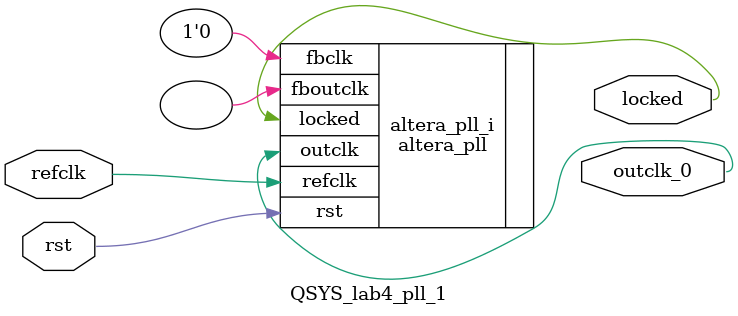
<source format=v>
`timescale 1ns/10ps
module  QSYS_lab4_pll_1(

	// interface 'refclk'
	input wire refclk,

	// interface 'reset'
	input wire rst,

	// interface 'outclk0'
	output wire outclk_0,

	// interface 'locked'
	output wire locked
);

	altera_pll #(
		.fractional_vco_multiplier("false"),
		.reference_clock_frequency("50.0 MHz"),
		.operation_mode("direct"),
		.number_of_clocks(1),
		.output_clock_frequency0("65.000000 MHz"),
		.phase_shift0("0 ps"),
		.duty_cycle0(50),
		.output_clock_frequency1("0 MHz"),
		.phase_shift1("0 ps"),
		.duty_cycle1(50),
		.output_clock_frequency2("0 MHz"),
		.phase_shift2("0 ps"),
		.duty_cycle2(50),
		.output_clock_frequency3("0 MHz"),
		.phase_shift3("0 ps"),
		.duty_cycle3(50),
		.output_clock_frequency4("0 MHz"),
		.phase_shift4("0 ps"),
		.duty_cycle4(50),
		.output_clock_frequency5("0 MHz"),
		.phase_shift5("0 ps"),
		.duty_cycle5(50),
		.output_clock_frequency6("0 MHz"),
		.phase_shift6("0 ps"),
		.duty_cycle6(50),
		.output_clock_frequency7("0 MHz"),
		.phase_shift7("0 ps"),
		.duty_cycle7(50),
		.output_clock_frequency8("0 MHz"),
		.phase_shift8("0 ps"),
		.duty_cycle8(50),
		.output_clock_frequency9("0 MHz"),
		.phase_shift9("0 ps"),
		.duty_cycle9(50),
		.output_clock_frequency10("0 MHz"),
		.phase_shift10("0 ps"),
		.duty_cycle10(50),
		.output_clock_frequency11("0 MHz"),
		.phase_shift11("0 ps"),
		.duty_cycle11(50),
		.output_clock_frequency12("0 MHz"),
		.phase_shift12("0 ps"),
		.duty_cycle12(50),
		.output_clock_frequency13("0 MHz"),
		.phase_shift13("0 ps"),
		.duty_cycle13(50),
		.output_clock_frequency14("0 MHz"),
		.phase_shift14("0 ps"),
		.duty_cycle14(50),
		.output_clock_frequency15("0 MHz"),
		.phase_shift15("0 ps"),
		.duty_cycle15(50),
		.output_clock_frequency16("0 MHz"),
		.phase_shift16("0 ps"),
		.duty_cycle16(50),
		.output_clock_frequency17("0 MHz"),
		.phase_shift17("0 ps"),
		.duty_cycle17(50),
		.pll_type("General"),
		.pll_subtype("General")
	) altera_pll_i (
		.rst	(rst),
		.outclk	({outclk_0}),
		.locked	(locked),
		.fboutclk	( ),
		.fbclk	(1'b0),
		.refclk	(refclk)
	);
endmodule


</source>
